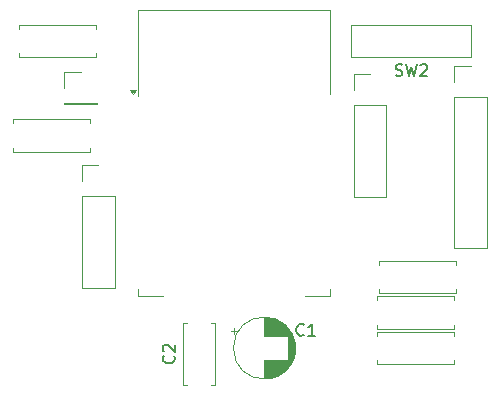
<source format=gbr>
%TF.GenerationSoftware,KiCad,Pcbnew,9.0.7*%
%TF.CreationDate,2026-02-17T02:34:39-06:00*%
%TF.ProjectId,Esp12-F,45737031-322d-4462-9e6b-696361645f70,rev?*%
%TF.SameCoordinates,Original*%
%TF.FileFunction,Legend,Top*%
%TF.FilePolarity,Positive*%
%FSLAX46Y46*%
G04 Gerber Fmt 4.6, Leading zero omitted, Abs format (unit mm)*
G04 Created by KiCad (PCBNEW 9.0.7) date 2026-02-17 02:34:39*
%MOMM*%
%LPD*%
G01*
G04 APERTURE LIST*
%ADD10C,0.150000*%
%ADD11C,0.120000*%
G04 APERTURE END LIST*
D10*
X133359580Y-107166666D02*
X133407200Y-107214285D01*
X133407200Y-107214285D02*
X133454819Y-107357142D01*
X133454819Y-107357142D02*
X133454819Y-107452380D01*
X133454819Y-107452380D02*
X133407200Y-107595237D01*
X133407200Y-107595237D02*
X133311961Y-107690475D01*
X133311961Y-107690475D02*
X133216723Y-107738094D01*
X133216723Y-107738094D02*
X133026247Y-107785713D01*
X133026247Y-107785713D02*
X132883390Y-107785713D01*
X132883390Y-107785713D02*
X132692914Y-107738094D01*
X132692914Y-107738094D02*
X132597676Y-107690475D01*
X132597676Y-107690475D02*
X132502438Y-107595237D01*
X132502438Y-107595237D02*
X132454819Y-107452380D01*
X132454819Y-107452380D02*
X132454819Y-107357142D01*
X132454819Y-107357142D02*
X132502438Y-107214285D01*
X132502438Y-107214285D02*
X132550057Y-107166666D01*
X132550057Y-106785713D02*
X132502438Y-106738094D01*
X132502438Y-106738094D02*
X132454819Y-106642856D01*
X132454819Y-106642856D02*
X132454819Y-106404761D01*
X132454819Y-106404761D02*
X132502438Y-106309523D01*
X132502438Y-106309523D02*
X132550057Y-106261904D01*
X132550057Y-106261904D02*
X132645295Y-106214285D01*
X132645295Y-106214285D02*
X132740533Y-106214285D01*
X132740533Y-106214285D02*
X132883390Y-106261904D01*
X132883390Y-106261904D02*
X133454819Y-106833332D01*
X133454819Y-106833332D02*
X133454819Y-106214285D01*
X144378221Y-105359580D02*
X144330602Y-105407200D01*
X144330602Y-105407200D02*
X144187745Y-105454819D01*
X144187745Y-105454819D02*
X144092507Y-105454819D01*
X144092507Y-105454819D02*
X143949650Y-105407200D01*
X143949650Y-105407200D02*
X143854412Y-105311961D01*
X143854412Y-105311961D02*
X143806793Y-105216723D01*
X143806793Y-105216723D02*
X143759174Y-105026247D01*
X143759174Y-105026247D02*
X143759174Y-104883390D01*
X143759174Y-104883390D02*
X143806793Y-104692914D01*
X143806793Y-104692914D02*
X143854412Y-104597676D01*
X143854412Y-104597676D02*
X143949650Y-104502438D01*
X143949650Y-104502438D02*
X144092507Y-104454819D01*
X144092507Y-104454819D02*
X144187745Y-104454819D01*
X144187745Y-104454819D02*
X144330602Y-104502438D01*
X144330602Y-104502438D02*
X144378221Y-104550057D01*
X145330602Y-105454819D02*
X144759174Y-105454819D01*
X145044888Y-105454819D02*
X145044888Y-104454819D01*
X145044888Y-104454819D02*
X144949650Y-104597676D01*
X144949650Y-104597676D02*
X144854412Y-104692914D01*
X144854412Y-104692914D02*
X144759174Y-104740533D01*
X152166667Y-83407200D02*
X152309524Y-83454819D01*
X152309524Y-83454819D02*
X152547619Y-83454819D01*
X152547619Y-83454819D02*
X152642857Y-83407200D01*
X152642857Y-83407200D02*
X152690476Y-83359580D01*
X152690476Y-83359580D02*
X152738095Y-83264342D01*
X152738095Y-83264342D02*
X152738095Y-83169104D01*
X152738095Y-83169104D02*
X152690476Y-83073866D01*
X152690476Y-83073866D02*
X152642857Y-83026247D01*
X152642857Y-83026247D02*
X152547619Y-82978628D01*
X152547619Y-82978628D02*
X152357143Y-82931009D01*
X152357143Y-82931009D02*
X152261905Y-82883390D01*
X152261905Y-82883390D02*
X152214286Y-82835771D01*
X152214286Y-82835771D02*
X152166667Y-82740533D01*
X152166667Y-82740533D02*
X152166667Y-82645295D01*
X152166667Y-82645295D02*
X152214286Y-82550057D01*
X152214286Y-82550057D02*
X152261905Y-82502438D01*
X152261905Y-82502438D02*
X152357143Y-82454819D01*
X152357143Y-82454819D02*
X152595238Y-82454819D01*
X152595238Y-82454819D02*
X152738095Y-82502438D01*
X153071429Y-82454819D02*
X153309524Y-83454819D01*
X153309524Y-83454819D02*
X153500000Y-82740533D01*
X153500000Y-82740533D02*
X153690476Y-83454819D01*
X153690476Y-83454819D02*
X153928572Y-82454819D01*
X154261905Y-82550057D02*
X154309524Y-82502438D01*
X154309524Y-82502438D02*
X154404762Y-82454819D01*
X154404762Y-82454819D02*
X154642857Y-82454819D01*
X154642857Y-82454819D02*
X154738095Y-82502438D01*
X154738095Y-82502438D02*
X154785714Y-82550057D01*
X154785714Y-82550057D02*
X154833333Y-82645295D01*
X154833333Y-82645295D02*
X154833333Y-82740533D01*
X154833333Y-82740533D02*
X154785714Y-82883390D01*
X154785714Y-82883390D02*
X154214286Y-83454819D01*
X154214286Y-83454819D02*
X154833333Y-83454819D01*
D11*
%TO.C,RST*%
X126880000Y-85770000D02*
X126880000Y-85880000D01*
X124120000Y-85880000D02*
X126880000Y-85880000D01*
X124120000Y-85770000D02*
X126880000Y-85770000D01*
X124120000Y-85770000D02*
X124120000Y-85880000D01*
X124120000Y-84500000D02*
X124120000Y-83120000D01*
X124120000Y-83120000D02*
X125500000Y-83120000D01*
%TO.C,C2*%
X134130000Y-109620000D02*
X134130000Y-104380000D01*
X134467000Y-109620000D02*
X134130000Y-109620000D01*
X136870000Y-109620000D02*
X136533000Y-109620000D01*
X134130000Y-104380000D02*
X134467000Y-104380000D01*
X136533000Y-104380000D02*
X136870000Y-104380000D01*
X136870000Y-104380000D02*
X136870000Y-109620000D01*
%TO.C,R3*%
X150730000Y-99130000D02*
X157270000Y-99130000D01*
X150730000Y-99460000D02*
X150730000Y-99130000D01*
X150730000Y-101540000D02*
X150730000Y-101870000D01*
X150730000Y-101870000D02*
X157270000Y-101870000D01*
X157270000Y-99130000D02*
X157270000Y-99460000D01*
X157270000Y-101870000D02*
X157270000Y-101540000D01*
%TO.C,C1*%
X138240113Y-105025000D02*
X138740113Y-105025000D01*
X138490113Y-104775000D02*
X138490113Y-105275000D01*
X141044888Y-103920000D02*
X141044888Y-105460000D01*
X141044888Y-107540000D02*
X141044888Y-109080000D01*
X141084888Y-103920000D02*
X141084888Y-105460000D01*
X141084888Y-107540000D02*
X141084888Y-109080000D01*
X141124888Y-103921000D02*
X141124888Y-105460000D01*
X141124888Y-107540000D02*
X141124888Y-109079000D01*
X141164888Y-103923000D02*
X141164888Y-105460000D01*
X141164888Y-107540000D02*
X141164888Y-109077000D01*
X141204888Y-103925000D02*
X141204888Y-105460000D01*
X141204888Y-107540000D02*
X141204888Y-109075000D01*
X141244888Y-103928000D02*
X141244888Y-105460000D01*
X141244888Y-107540000D02*
X141244888Y-109072000D01*
X141284888Y-103931000D02*
X141284888Y-105460000D01*
X141284888Y-107540000D02*
X141284888Y-109069000D01*
X141324888Y-103935000D02*
X141324888Y-105460000D01*
X141324888Y-107540000D02*
X141324888Y-109065000D01*
X141364888Y-103940000D02*
X141364888Y-105460000D01*
X141364888Y-107540000D02*
X141364888Y-109060000D01*
X141404888Y-103945000D02*
X141404888Y-105460000D01*
X141404888Y-107540000D02*
X141404888Y-109055000D01*
X141444888Y-103951000D02*
X141444888Y-105460000D01*
X141444888Y-107540000D02*
X141444888Y-109049000D01*
X141484888Y-103957000D02*
X141484888Y-105460000D01*
X141484888Y-107540000D02*
X141484888Y-109043000D01*
X141524888Y-103964000D02*
X141524888Y-105460000D01*
X141524888Y-107540000D02*
X141524888Y-109036000D01*
X141564888Y-103972000D02*
X141564888Y-105460000D01*
X141564888Y-107540000D02*
X141564888Y-109028000D01*
X141604888Y-103981000D02*
X141604888Y-105460000D01*
X141604888Y-107540000D02*
X141604888Y-109019000D01*
X141644888Y-103990000D02*
X141644888Y-105460000D01*
X141644888Y-107540000D02*
X141644888Y-109010000D01*
X141684888Y-103999000D02*
X141684888Y-105460000D01*
X141684888Y-107540000D02*
X141684888Y-109001000D01*
X141724888Y-104010000D02*
X141724888Y-105460000D01*
X141724888Y-107540000D02*
X141724888Y-108990000D01*
X141764888Y-104021000D02*
X141764888Y-105460000D01*
X141764888Y-107540000D02*
X141764888Y-108979000D01*
X141804888Y-104033000D02*
X141804888Y-105460000D01*
X141804888Y-107540000D02*
X141804888Y-108967000D01*
X141844888Y-104045000D02*
X141844888Y-105460000D01*
X141844888Y-107540000D02*
X141844888Y-108955000D01*
X141884888Y-104058000D02*
X141884888Y-105460000D01*
X141884888Y-107540000D02*
X141884888Y-108942000D01*
X141924888Y-104072000D02*
X141924888Y-105460000D01*
X141924888Y-107540000D02*
X141924888Y-108928000D01*
X141964888Y-104087000D02*
X141964888Y-105460000D01*
X141964888Y-107540000D02*
X141964888Y-108913000D01*
X142004888Y-104102000D02*
X142004888Y-105460000D01*
X142004888Y-107540000D02*
X142004888Y-108898000D01*
X142044888Y-104118000D02*
X142044888Y-105460000D01*
X142044888Y-107540000D02*
X142044888Y-108882000D01*
X142084888Y-104135000D02*
X142084888Y-105460000D01*
X142084888Y-107540000D02*
X142084888Y-108865000D01*
X142124888Y-104153000D02*
X142124888Y-105460000D01*
X142124888Y-107540000D02*
X142124888Y-108847000D01*
X142164888Y-104171000D02*
X142164888Y-105460000D01*
X142164888Y-107540000D02*
X142164888Y-108829000D01*
X142204888Y-104191000D02*
X142204888Y-105460000D01*
X142204888Y-107540000D02*
X142204888Y-108809000D01*
X142244888Y-104211000D02*
X142244888Y-105460000D01*
X142244888Y-107540000D02*
X142244888Y-108789000D01*
X142284888Y-104232000D02*
X142284888Y-105460000D01*
X142284888Y-107540000D02*
X142284888Y-108768000D01*
X142324888Y-104254000D02*
X142324888Y-105460000D01*
X142324888Y-107540000D02*
X142324888Y-108746000D01*
X142364888Y-104277000D02*
X142364888Y-105460000D01*
X142364888Y-107540000D02*
X142364888Y-108723000D01*
X142404888Y-104301000D02*
X142404888Y-105460000D01*
X142404888Y-107540000D02*
X142404888Y-108699000D01*
X142444888Y-104325000D02*
X142444888Y-105460000D01*
X142444888Y-107540000D02*
X142444888Y-108675000D01*
X142484888Y-104351000D02*
X142484888Y-105460000D01*
X142484888Y-107540000D02*
X142484888Y-108649000D01*
X142524888Y-104378000D02*
X142524888Y-105460000D01*
X142524888Y-107540000D02*
X142524888Y-108622000D01*
X142564888Y-104406000D02*
X142564888Y-105460000D01*
X142564888Y-107540000D02*
X142564888Y-108594000D01*
X142604888Y-104435000D02*
X142604888Y-105460000D01*
X142604888Y-107540000D02*
X142604888Y-108565000D01*
X142644888Y-104465000D02*
X142644888Y-105460000D01*
X142644888Y-107540000D02*
X142644888Y-108535000D01*
X142684888Y-104497000D02*
X142684888Y-105460000D01*
X142684888Y-107540000D02*
X142684888Y-108503000D01*
X142724888Y-104530000D02*
X142724888Y-105460000D01*
X142724888Y-107540000D02*
X142724888Y-108470000D01*
X142764888Y-104564000D02*
X142764888Y-105460000D01*
X142764888Y-107540000D02*
X142764888Y-108436000D01*
X142804888Y-104599000D02*
X142804888Y-105460000D01*
X142804888Y-107540000D02*
X142804888Y-108401000D01*
X142844888Y-104636000D02*
X142844888Y-105460000D01*
X142844888Y-107540000D02*
X142844888Y-108364000D01*
X142884888Y-104675000D02*
X142884888Y-105460000D01*
X142884888Y-107540000D02*
X142884888Y-108325000D01*
X142924888Y-104715000D02*
X142924888Y-105460000D01*
X142924888Y-107540000D02*
X142924888Y-108285000D01*
X142964888Y-104757000D02*
X142964888Y-105460000D01*
X142964888Y-107540000D02*
X142964888Y-108243000D01*
X143004888Y-104801000D02*
X143004888Y-105460000D01*
X143004888Y-107540000D02*
X143004888Y-108199000D01*
X143044888Y-104848000D02*
X143044888Y-105460000D01*
X143044888Y-107540000D02*
X143044888Y-108152000D01*
X143084888Y-104896000D02*
X143084888Y-108104000D01*
X143124888Y-104947000D02*
X143124888Y-108053000D01*
X143164888Y-105001000D02*
X143164888Y-107999000D01*
X143204888Y-105057000D02*
X143204888Y-107943000D01*
X143244888Y-105117000D02*
X143244888Y-107883000D01*
X143284888Y-105181000D02*
X143284888Y-107819000D01*
X143324888Y-105249000D02*
X143324888Y-107751000D01*
X143364888Y-105323000D02*
X143364888Y-107677000D01*
X143404888Y-105402000D02*
X143404888Y-107598000D01*
X143444888Y-105489000D02*
X143444888Y-107511000D01*
X143484888Y-105586000D02*
X143484888Y-107414000D01*
X143524888Y-105695000D02*
X143524888Y-107305000D01*
X143564888Y-105823000D02*
X143564888Y-107177000D01*
X143604888Y-105983000D02*
X143604888Y-107017000D01*
X143644888Y-106217000D02*
X143644888Y-106783000D01*
X143664888Y-106500000D02*
G75*
G02*
X138424888Y-106500000I-2620000J0D01*
G01*
X138424888Y-106500000D02*
G75*
G02*
X143664888Y-106500000I2620000J0D01*
G01*
%TO.C,J3*%
X125620000Y-91000000D02*
X127000000Y-91000000D01*
X125620000Y-92380000D02*
X125620000Y-91000000D01*
X125620000Y-93650000D02*
X125620000Y-101380000D01*
X125620000Y-93650000D02*
X128380000Y-93650000D01*
X125620000Y-101380000D02*
X128380000Y-101380000D01*
X128380000Y-93650000D02*
X128380000Y-101380000D01*
%TO.C,J1*%
X157120000Y-82580000D02*
X158500000Y-82580000D01*
X157120000Y-83960000D02*
X157120000Y-82580000D01*
X157120000Y-85230000D02*
X157120000Y-98040000D01*
X157120000Y-85230000D02*
X159880000Y-85230000D01*
X157120000Y-98040000D02*
X159880000Y-98040000D01*
X159880000Y-85230000D02*
X159880000Y-98040000D01*
%TO.C,J6*%
X148620000Y-83310000D02*
X150000000Y-83310000D01*
X148620000Y-84690000D02*
X148620000Y-83310000D01*
X148620000Y-85960000D02*
X148620000Y-93690000D01*
X148620000Y-85960000D02*
X151380000Y-85960000D01*
X148620000Y-93690000D02*
X151380000Y-93690000D01*
X151380000Y-85960000D02*
X151380000Y-93690000D01*
%TO.C,U1*%
X130330000Y-77880000D02*
X146570000Y-77880000D01*
X130330000Y-85164000D02*
X130330000Y-77880000D01*
X130330000Y-102120000D02*
X130330000Y-101500000D01*
X132450000Y-102120000D02*
X130330000Y-102120000D01*
X146570000Y-77880000D02*
X146570000Y-85000000D01*
X146570000Y-101500000D02*
X146570000Y-102120000D01*
X146570000Y-102120000D02*
X144450000Y-102120000D01*
X129900000Y-85000000D02*
X129660000Y-84664000D01*
X130140000Y-84664000D01*
X129900000Y-85000000D01*
G36*
X129900000Y-85000000D02*
G01*
X129660000Y-84664000D01*
X130140000Y-84664000D01*
X129900000Y-85000000D01*
G37*
%TO.C,SW2*%
X148350000Y-79140000D02*
X158570000Y-79140000D01*
X158570000Y-81860000D01*
X148350000Y-81860000D01*
X148350000Y-79140000D01*
%TO.C,R2*%
X120230000Y-79130000D02*
X126770000Y-79130000D01*
X120230000Y-79460000D02*
X120230000Y-79130000D01*
X120230000Y-81540000D02*
X120230000Y-81870000D01*
X120230000Y-81870000D02*
X126770000Y-81870000D01*
X126770000Y-79130000D02*
X126770000Y-79460000D01*
X126770000Y-81870000D02*
X126770000Y-81540000D01*
%TO.C,R4*%
X150540000Y-102130000D02*
X150540000Y-102460000D01*
X150540000Y-104870000D02*
X150540000Y-104540000D01*
X157080000Y-102130000D02*
X150540000Y-102130000D01*
X157080000Y-102460000D02*
X157080000Y-102130000D01*
X157080000Y-104540000D02*
X157080000Y-104870000D01*
X157080000Y-104870000D02*
X150540000Y-104870000D01*
%TO.C,R1*%
X119730000Y-87130000D02*
X126270000Y-87130000D01*
X119730000Y-87460000D02*
X119730000Y-87130000D01*
X119730000Y-89540000D02*
X119730000Y-89870000D01*
X119730000Y-89870000D02*
X126270000Y-89870000D01*
X126270000Y-87130000D02*
X126270000Y-87460000D01*
X126270000Y-89870000D02*
X126270000Y-89540000D01*
%TO.C,R5*%
X150540000Y-105130000D02*
X157080000Y-105130000D01*
X150540000Y-105460000D02*
X150540000Y-105130000D01*
X150540000Y-107540000D02*
X150540000Y-107870000D01*
X150540000Y-107870000D02*
X157080000Y-107870000D01*
X157080000Y-105130000D02*
X157080000Y-105460000D01*
X157080000Y-107870000D02*
X157080000Y-107540000D01*
%TD*%
M02*

</source>
